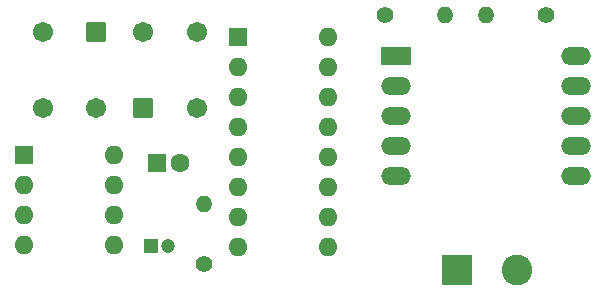
<source format=gbr>
%TF.GenerationSoftware,KiCad,Pcbnew,8.0.5*%
%TF.CreationDate,2025-01-11T13:33:14+03:00*%
%TF.ProjectId,Counter_CD4033,436f756e-7465-4725-9f43-44343033332e,rev?*%
%TF.SameCoordinates,Original*%
%TF.FileFunction,Soldermask,Bot*%
%TF.FilePolarity,Negative*%
%FSLAX46Y46*%
G04 Gerber Fmt 4.6, Leading zero omitted, Abs format (unit mm)*
G04 Created by KiCad (PCBNEW 8.0.5) date 2025-01-11 13:33:14*
%MOMM*%
%LPD*%
G01*
G04 APERTURE LIST*
G04 Aperture macros list*
%AMRoundRect*
0 Rectangle with rounded corners*
0 $1 Rounding radius*
0 $2 $3 $4 $5 $6 $7 $8 $9 X,Y pos of 4 corners*
0 Add a 4 corners polygon primitive as box body*
4,1,4,$2,$3,$4,$5,$6,$7,$8,$9,$2,$3,0*
0 Add four circle primitives for the rounded corners*
1,1,$1+$1,$2,$3*
1,1,$1+$1,$4,$5*
1,1,$1+$1,$6,$7*
1,1,$1+$1,$8,$9*
0 Add four rect primitives between the rounded corners*
20,1,$1+$1,$2,$3,$4,$5,0*
20,1,$1+$1,$4,$5,$6,$7,0*
20,1,$1+$1,$6,$7,$8,$9,0*
20,1,$1+$1,$8,$9,$2,$3,0*%
G04 Aperture macros list end*
%ADD10R,2.524000X1.524000*%
%ADD11O,2.524000X1.524000*%
%ADD12R,1.600000X1.600000*%
%ADD13C,1.600000*%
%ADD14R,2.600000X2.600000*%
%ADD15C,2.600000*%
%ADD16C,1.400000*%
%ADD17O,1.400000X1.400000*%
%ADD18R,1.200000X1.200000*%
%ADD19C,1.200000*%
%ADD20RoundRect,0.102000X-0.749000X0.749000X-0.749000X-0.749000X0.749000X-0.749000X0.749000X0.749000X0*%
%ADD21C,1.702000*%
%ADD22O,1.600000X1.600000*%
%ADD23RoundRect,0.102000X0.749000X-0.749000X0.749000X0.749000X-0.749000X0.749000X-0.749000X-0.749000X0*%
G04 APERTURE END LIST*
D10*
%TO.C,7S*%
X153260000Y-69380000D03*
D11*
X153260000Y-71920000D03*
X153260000Y-74460000D03*
X153260000Y-77000000D03*
X153260000Y-79540000D03*
X168500000Y-79540000D03*
X168500000Y-77000000D03*
X168500000Y-74460000D03*
X168500000Y-71920000D03*
X168500000Y-69380000D03*
%TD*%
D12*
%TO.C,C1*%
X133000000Y-78500000D03*
D13*
X135000000Y-78500000D03*
%TD*%
D14*
%TO.C,VCC*%
X158420000Y-87500000D03*
D15*
X163500000Y-87500000D03*
%TD*%
D16*
%TO.C,R1*%
X137000000Y-87040000D03*
D17*
X137000000Y-81960000D03*
%TD*%
D18*
%TO.C,C2*%
X132500000Y-85500000D03*
D19*
X134000000Y-85500000D03*
%TD*%
D20*
%TO.C,COUNT*%
X127880000Y-67340000D03*
D21*
X123380000Y-67340000D03*
X127880000Y-73840000D03*
X123380000Y-73840000D03*
%TD*%
D16*
%TO.C,R3*%
X152340000Y-65920000D03*
D17*
X157420000Y-65920000D03*
%TD*%
D12*
%TO.C,CD4033B*%
X139880000Y-67800000D03*
D22*
X139880000Y-70340000D03*
X139880000Y-72880000D03*
X139880000Y-75420000D03*
X139880000Y-77960000D03*
X139880000Y-80500000D03*
X139880000Y-83040000D03*
X139880000Y-85580000D03*
X147500000Y-85580000D03*
X147500000Y-83040000D03*
X147500000Y-80500000D03*
X147500000Y-77960000D03*
X147500000Y-75420000D03*
X147500000Y-72880000D03*
X147500000Y-70340000D03*
X147500000Y-67800000D03*
%TD*%
D16*
%TO.C,R2*%
X166000000Y-65920000D03*
D17*
X160920000Y-65920000D03*
%TD*%
D23*
%TO.C,RESET*%
X131880000Y-73840000D03*
D21*
X136380000Y-73840000D03*
X131880000Y-67340000D03*
X136380000Y-67340000D03*
%TD*%
D12*
%TO.C,555*%
X121760000Y-77800000D03*
D22*
X121760000Y-80340000D03*
X121760000Y-82880000D03*
X121760000Y-85420000D03*
X129380000Y-85420000D03*
X129380000Y-82880000D03*
X129380000Y-80340000D03*
X129380000Y-77800000D03*
%TD*%
M02*

</source>
